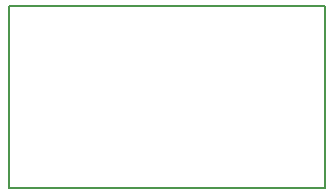
<source format=gbr>
%TF.GenerationSoftware,KiCad,Pcbnew,(6.0.9-0)*%
%TF.CreationDate,2022-11-16T11:59:38+01:00*%
%TF.ProjectId,GlowBand Dock PCB,476c6f77-4261-46e6-9420-446f636b2050,rev?*%
%TF.SameCoordinates,Original*%
%TF.FileFunction,Profile,NP*%
%FSLAX46Y46*%
G04 Gerber Fmt 4.6, Leading zero omitted, Abs format (unit mm)*
G04 Created by KiCad (PCBNEW (6.0.9-0)) date 2022-11-16 11:59:38*
%MOMM*%
%LPD*%
G01*
G04 APERTURE LIST*
%TA.AperFunction,Profile*%
%ADD10C,0.200000*%
%TD*%
G04 APERTURE END LIST*
D10*
X86445213Y-58791987D02*
X113216813Y-58791987D01*
X113216813Y-58791987D02*
X113216813Y-74235187D01*
X113216813Y-74235187D02*
X86445213Y-74235187D01*
X86445213Y-74235187D02*
X86445213Y-58791987D01*
M02*

</source>
